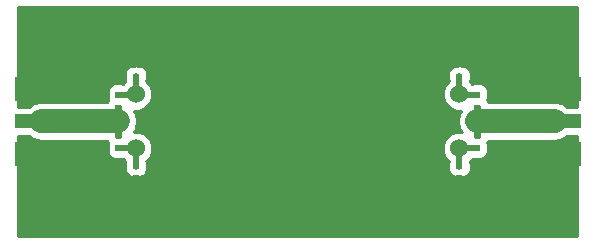
<source format=gbr>
G04 #@! TF.FileFunction,Copper,L1,Top,Signal*
%FSLAX46Y46*%
G04 Gerber Fmt 4.6, Leading zero omitted, Abs format (unit mm)*
G04 Created by KiCad (PCBNEW 4.0.6) date 09/27/17 20:09:39*
%MOMM*%
%LPD*%
G01*
G04 APERTURE LIST*
%ADD10C,0.100000*%
%ADD11C,0.660400*%
%ADD12R,0.500000X0.600000*%
%ADD13R,4.500000X2.000000*%
%ADD14R,4.500000X1.200000*%
%ADD15C,1.778000*%
%ADD16C,1.524000*%
%ADD17R,0.600000X0.400000*%
%ADD18C,2.000000*%
%ADD19C,0.500000*%
%ADD20C,0.254000*%
G04 APERTURE END LIST*
D10*
D11*
X146900000Y-105000000D03*
X149500000Y-105000000D03*
X152100000Y-105000000D03*
X154700000Y-105000000D03*
X157300000Y-105000000D03*
X159900000Y-105000000D03*
X162500000Y-105000000D03*
X165100000Y-105000000D03*
X167700000Y-105000000D03*
X170300000Y-105000000D03*
X159900000Y-105000000D03*
X162500000Y-105000000D03*
X165100000Y-105000000D03*
X167700000Y-105000000D03*
X170300000Y-105000000D03*
X146900000Y-105000000D03*
X152100000Y-105000000D03*
X157300000Y-105000000D03*
X162500000Y-105000000D03*
X167700000Y-105000000D03*
X152100000Y-105000000D03*
X157300000Y-105000000D03*
X162500000Y-105000000D03*
X167700000Y-105000000D03*
X172900000Y-105000000D03*
X175100000Y-108800000D03*
X175100000Y-101200000D03*
X144700000Y-101200000D03*
X144700000Y-108800000D03*
X140500000Y-102900000D03*
X141900000Y-102900000D03*
X143300000Y-102900000D03*
X143300000Y-107100000D03*
X141900000Y-107100000D03*
X140500000Y-107100000D03*
X176500000Y-107100000D03*
X177900000Y-107100000D03*
X179300000Y-107100000D03*
X179300000Y-102900000D03*
X177900000Y-102900000D03*
X176500000Y-102900000D03*
X183300000Y-100800000D03*
X183300000Y-98200000D03*
X183300000Y-109200000D03*
X183300000Y-111800000D03*
X183300000Y-114400000D03*
X182000000Y-114400000D03*
X180700000Y-114400000D03*
X179400000Y-114400000D03*
X178100000Y-114400000D03*
X176800000Y-114400000D03*
X175500000Y-114400000D03*
X174200000Y-114400000D03*
X172900000Y-114400000D03*
X171600000Y-114400000D03*
X170300000Y-114400000D03*
X169000000Y-114400000D03*
X167700000Y-114400000D03*
X166400000Y-114400000D03*
X165100000Y-114400000D03*
X163800000Y-114400000D03*
X162500000Y-114400000D03*
X161200000Y-114400000D03*
X159900000Y-114400000D03*
X158600000Y-114400000D03*
X157300000Y-114400000D03*
X156000000Y-114400000D03*
X154700000Y-114400000D03*
X153400000Y-114400000D03*
X152100000Y-114400000D03*
X150800000Y-114400000D03*
X149500000Y-114400000D03*
X148200000Y-114400000D03*
X146900000Y-114400000D03*
X145600000Y-114400000D03*
X144300000Y-114400000D03*
X143000000Y-114400000D03*
X141700000Y-114400000D03*
X140400000Y-114400000D03*
X139100000Y-114400000D03*
X137800000Y-114400000D03*
X183300000Y-113100000D03*
X178100000Y-113100000D03*
X172900000Y-113100000D03*
X167700000Y-113100000D03*
X162500000Y-113100000D03*
X157300000Y-113100000D03*
X152100000Y-113100000D03*
X146900000Y-113100000D03*
X141700000Y-113100000D03*
X183300000Y-110500000D03*
X178100000Y-110500000D03*
X172900000Y-110500000D03*
X167700000Y-110500000D03*
X162500000Y-110500000D03*
X157300000Y-110500000D03*
X152100000Y-110500000D03*
X146900000Y-110500000D03*
X141700000Y-110500000D03*
X136500000Y-113100000D03*
X136500000Y-111800000D03*
X136500000Y-109200000D03*
X136500000Y-114400000D03*
X136500000Y-110500000D03*
X136500000Y-110500000D03*
X136500000Y-114400000D03*
X136500000Y-109200000D03*
X136500000Y-111800000D03*
X136500000Y-113100000D03*
X136500000Y-99500000D03*
X136500000Y-98200000D03*
X136500000Y-95600000D03*
X136500000Y-100800000D03*
X136500000Y-96900000D03*
X183300000Y-99500000D03*
X178100000Y-99500000D03*
X172900000Y-99500000D03*
X167700000Y-99500000D03*
X162500000Y-99500000D03*
X157300000Y-99500000D03*
X152100000Y-99500000D03*
X146900000Y-99500000D03*
X141700000Y-99500000D03*
X178100000Y-99500000D03*
X172900000Y-99500000D03*
X167700000Y-99500000D03*
X162500000Y-99500000D03*
X157300000Y-99500000D03*
X152100000Y-99500000D03*
X146900000Y-99500000D03*
X141700000Y-99500000D03*
X178100000Y-96900000D03*
X172900000Y-96900000D03*
X167700000Y-96900000D03*
X162500000Y-96900000D03*
X157300000Y-96900000D03*
X152100000Y-96900000D03*
X146900000Y-96900000D03*
X141700000Y-96900000D03*
X183300000Y-95600000D03*
X182000000Y-95600000D03*
X180700000Y-95600000D03*
X179400000Y-95600000D03*
X178100000Y-95600000D03*
X176800000Y-95600000D03*
X175500000Y-95600000D03*
X174200000Y-95600000D03*
X172900000Y-95600000D03*
X171600000Y-95600000D03*
X170300000Y-95600000D03*
X169000000Y-95600000D03*
X167700000Y-95600000D03*
X166400000Y-95600000D03*
X165100000Y-95600000D03*
X163800000Y-95600000D03*
X162500000Y-95600000D03*
X161200000Y-95600000D03*
X159900000Y-95600000D03*
X158600000Y-95600000D03*
X157300000Y-95600000D03*
X156000000Y-95600000D03*
X154700000Y-95600000D03*
X153400000Y-95600000D03*
X152100000Y-95600000D03*
X150800000Y-95600000D03*
X149500000Y-95600000D03*
X148200000Y-95600000D03*
X146900000Y-95600000D03*
X145600000Y-95600000D03*
X144300000Y-95600000D03*
X143000000Y-95600000D03*
X141700000Y-95600000D03*
X140400000Y-95600000D03*
X139100000Y-95600000D03*
X137800000Y-95600000D03*
X183300000Y-96900000D03*
D12*
X144700000Y-103850000D03*
X144700000Y-102750000D03*
X175100000Y-106150000D03*
X175100000Y-107250000D03*
X144700000Y-107250000D03*
X144700000Y-106150000D03*
X175100000Y-102750000D03*
X175100000Y-103850000D03*
D13*
X138150000Y-107770000D03*
X138150000Y-102230000D03*
D14*
X138150000Y-105000000D03*
D13*
X181650000Y-102230000D03*
X181650000Y-107770000D03*
D14*
X181650000Y-105000000D03*
D15*
X148501100Y-108803600D03*
D16*
X173601100Y-102703600D03*
X169001100Y-102703600D03*
X166001100Y-102703600D03*
X161401100Y-102703600D03*
X158401100Y-102703600D03*
X153801100Y-102703600D03*
X150801100Y-102703600D03*
X146201100Y-102703600D03*
X146201100Y-107303600D03*
X150801100Y-107303600D03*
X153801100Y-107303600D03*
X158401100Y-107303600D03*
X161401100Y-107303600D03*
X166001100Y-107303600D03*
X169001100Y-107303600D03*
X173601100Y-107303600D03*
D15*
X156101100Y-108803600D03*
X163701100Y-108803600D03*
X171301100Y-108803600D03*
X171301100Y-101203600D03*
X163701100Y-101203600D03*
X156101100Y-101203600D03*
X148501100Y-101203600D03*
D17*
X146200000Y-100250000D03*
X146200000Y-101150000D03*
X146200000Y-108850000D03*
X146200000Y-109750000D03*
X173600000Y-109750000D03*
X173600000Y-108850000D03*
X173600000Y-101150000D03*
X173600000Y-100250000D03*
D11*
X136500000Y-96900000D03*
X136500000Y-100800000D03*
X136500000Y-95600000D03*
X136500000Y-98200000D03*
X136500000Y-99500000D03*
D18*
X138150000Y-105000000D02*
X144700000Y-105000000D01*
D19*
X144700000Y-102750000D02*
X146154700Y-102750000D01*
X146154700Y-102750000D02*
X146201100Y-102703600D01*
X146201100Y-102703600D02*
X146201100Y-101151100D01*
X146201100Y-101151100D02*
X146200000Y-101150000D01*
D18*
X181650000Y-105000000D02*
X175100000Y-105000000D01*
D19*
X175100000Y-107250000D02*
X173654700Y-107250000D01*
X173654700Y-107250000D02*
X173601100Y-107303600D01*
X173601100Y-107303600D02*
X173601100Y-108848900D01*
X173601100Y-108848900D02*
X173600000Y-108850000D01*
X146200000Y-108850000D02*
X146200000Y-107304700D01*
X146200000Y-107304700D02*
X146201100Y-107303600D01*
X144700000Y-107250000D02*
X146147500Y-107250000D01*
X146147500Y-107250000D02*
X146201100Y-107303600D01*
X175100000Y-102750000D02*
X173647500Y-102750000D01*
X173647500Y-102750000D02*
X173601100Y-102703600D01*
X173601100Y-102703600D02*
X173601100Y-101151100D01*
X173601100Y-101151100D02*
X173600000Y-101150000D01*
D20*
G36*
X144873000Y-106302560D02*
X144527000Y-106302560D01*
X144527000Y-103697440D01*
X144873000Y-103697440D01*
X144873000Y-106302560D01*
X144873000Y-106302560D01*
G37*
X144873000Y-106302560D02*
X144527000Y-106302560D01*
X144527000Y-103697440D01*
X144873000Y-103697440D01*
X144873000Y-106302560D01*
G36*
X175273000Y-106302560D02*
X174927000Y-106302560D01*
X174927000Y-103697440D01*
X175273000Y-103697440D01*
X175273000Y-106302560D01*
X175273000Y-106302560D01*
G37*
X175273000Y-106302560D02*
X174927000Y-106302560D01*
X174927000Y-103697440D01*
X175273000Y-103697440D01*
X175273000Y-106302560D01*
G36*
X183590000Y-103752560D02*
X182669450Y-103752560D01*
X182275687Y-103489457D01*
X181650000Y-103365000D01*
X176009598Y-103365000D01*
X175991573Y-103269205D01*
X175962271Y-103223669D01*
X175997440Y-103050000D01*
X175997440Y-102450000D01*
X175953162Y-102214683D01*
X175814090Y-101998559D01*
X175601890Y-101853569D01*
X175350000Y-101802560D01*
X174850000Y-101802560D01*
X174703150Y-101830192D01*
X174487823Y-101614489D01*
X174496431Y-101601890D01*
X174547440Y-101350000D01*
X174547440Y-100950000D01*
X174503162Y-100714683D01*
X174364090Y-100498559D01*
X174151890Y-100353569D01*
X173900000Y-100302560D01*
X173788828Y-100302560D01*
X173600000Y-100264999D01*
X173411172Y-100302560D01*
X173300000Y-100302560D01*
X173064683Y-100346838D01*
X172848559Y-100485910D01*
X172703569Y-100698110D01*
X172652560Y-100950000D01*
X172652560Y-101350000D01*
X172696838Y-101585317D01*
X172715266Y-101613955D01*
X172417471Y-101911230D01*
X172204343Y-102424500D01*
X172203858Y-102980261D01*
X172416090Y-103493903D01*
X172808730Y-103887229D01*
X173322000Y-104100357D01*
X173772245Y-104100750D01*
X173589457Y-104374313D01*
X173465000Y-105000000D01*
X173589457Y-105625687D01*
X173777259Y-105906753D01*
X173324439Y-105906358D01*
X172810797Y-106118590D01*
X172417471Y-106511230D01*
X172204343Y-107024500D01*
X172203858Y-107580261D01*
X172416090Y-108093903D01*
X172710151Y-108388477D01*
X172703569Y-108398110D01*
X172652560Y-108650000D01*
X172652560Y-109050000D01*
X172696838Y-109285317D01*
X172835910Y-109501441D01*
X173048110Y-109646431D01*
X173300000Y-109697440D01*
X173411172Y-109697440D01*
X173600000Y-109735001D01*
X173788828Y-109697440D01*
X173900000Y-109697440D01*
X174135317Y-109653162D01*
X174351441Y-109514090D01*
X174496431Y-109301890D01*
X174547440Y-109050000D01*
X174547440Y-108650000D01*
X174503162Y-108414683D01*
X174488416Y-108391767D01*
X174711232Y-108169339D01*
X174850000Y-108197440D01*
X175350000Y-108197440D01*
X175585317Y-108153162D01*
X175801441Y-108014090D01*
X175946431Y-107801890D01*
X175997440Y-107550000D01*
X175997440Y-106950000D01*
X175964806Y-106776564D01*
X175984971Y-106747051D01*
X176007662Y-106635000D01*
X181650000Y-106635000D01*
X182275687Y-106510543D01*
X182669450Y-106247440D01*
X183590000Y-106247440D01*
X183590000Y-114690000D01*
X136210000Y-114690000D01*
X136210000Y-106247440D01*
X137130550Y-106247440D01*
X137524313Y-106510543D01*
X138150000Y-106635000D01*
X143790402Y-106635000D01*
X143808427Y-106730795D01*
X143837729Y-106776331D01*
X143802560Y-106950000D01*
X143802560Y-107550000D01*
X143846838Y-107785317D01*
X143985910Y-108001441D01*
X144198110Y-108146431D01*
X144450000Y-108197440D01*
X144950000Y-108197440D01*
X145092651Y-108170598D01*
X145310151Y-108388477D01*
X145303569Y-108398110D01*
X145252560Y-108650000D01*
X145252560Y-109050000D01*
X145296838Y-109285317D01*
X145435910Y-109501441D01*
X145648110Y-109646431D01*
X145900000Y-109697440D01*
X146011174Y-109697440D01*
X146200000Y-109735000D01*
X146388826Y-109697440D01*
X146500000Y-109697440D01*
X146735317Y-109653162D01*
X146951441Y-109514090D01*
X147096431Y-109301890D01*
X147147440Y-109050000D01*
X147147440Y-108650000D01*
X147103162Y-108414683D01*
X147088416Y-108391767D01*
X147384729Y-108095970D01*
X147597857Y-107582700D01*
X147598342Y-107026939D01*
X147386110Y-106513297D01*
X146993470Y-106119971D01*
X146480200Y-105906843D01*
X146022948Y-105906444D01*
X146210543Y-105625687D01*
X146335000Y-105000000D01*
X146210543Y-104374313D01*
X146027554Y-104100449D01*
X146477761Y-104100842D01*
X146991403Y-103888610D01*
X147384729Y-103495970D01*
X147597857Y-102982700D01*
X147598342Y-102426939D01*
X147386110Y-101913297D01*
X147087823Y-101614489D01*
X147096431Y-101601890D01*
X147147440Y-101350000D01*
X147147440Y-100950000D01*
X147103162Y-100714683D01*
X146964090Y-100498559D01*
X146751890Y-100353569D01*
X146500000Y-100302560D01*
X146388828Y-100302560D01*
X146200000Y-100264999D01*
X146011172Y-100302560D01*
X145900000Y-100302560D01*
X145664683Y-100346838D01*
X145448559Y-100485910D01*
X145303569Y-100698110D01*
X145252560Y-100950000D01*
X145252560Y-101350000D01*
X145296838Y-101585317D01*
X145315266Y-101613955D01*
X145096593Y-101832246D01*
X144950000Y-101802560D01*
X144450000Y-101802560D01*
X144214683Y-101846838D01*
X143998559Y-101985910D01*
X143853569Y-102198110D01*
X143802560Y-102450000D01*
X143802560Y-103050000D01*
X143835194Y-103223436D01*
X143815029Y-103252949D01*
X143792338Y-103365000D01*
X138150000Y-103365000D01*
X137524313Y-103489457D01*
X137130550Y-103752560D01*
X136210000Y-103752560D01*
X136210000Y-95310000D01*
X183590000Y-95310000D01*
X183590000Y-103752560D01*
X183590000Y-103752560D01*
G37*
X183590000Y-103752560D02*
X182669450Y-103752560D01*
X182275687Y-103489457D01*
X181650000Y-103365000D01*
X176009598Y-103365000D01*
X175991573Y-103269205D01*
X175962271Y-103223669D01*
X175997440Y-103050000D01*
X175997440Y-102450000D01*
X175953162Y-102214683D01*
X175814090Y-101998559D01*
X175601890Y-101853569D01*
X175350000Y-101802560D01*
X174850000Y-101802560D01*
X174703150Y-101830192D01*
X174487823Y-101614489D01*
X174496431Y-101601890D01*
X174547440Y-101350000D01*
X174547440Y-100950000D01*
X174503162Y-100714683D01*
X174364090Y-100498559D01*
X174151890Y-100353569D01*
X173900000Y-100302560D01*
X173788828Y-100302560D01*
X173600000Y-100264999D01*
X173411172Y-100302560D01*
X173300000Y-100302560D01*
X173064683Y-100346838D01*
X172848559Y-100485910D01*
X172703569Y-100698110D01*
X172652560Y-100950000D01*
X172652560Y-101350000D01*
X172696838Y-101585317D01*
X172715266Y-101613955D01*
X172417471Y-101911230D01*
X172204343Y-102424500D01*
X172203858Y-102980261D01*
X172416090Y-103493903D01*
X172808730Y-103887229D01*
X173322000Y-104100357D01*
X173772245Y-104100750D01*
X173589457Y-104374313D01*
X173465000Y-105000000D01*
X173589457Y-105625687D01*
X173777259Y-105906753D01*
X173324439Y-105906358D01*
X172810797Y-106118590D01*
X172417471Y-106511230D01*
X172204343Y-107024500D01*
X172203858Y-107580261D01*
X172416090Y-108093903D01*
X172710151Y-108388477D01*
X172703569Y-108398110D01*
X172652560Y-108650000D01*
X172652560Y-109050000D01*
X172696838Y-109285317D01*
X172835910Y-109501441D01*
X173048110Y-109646431D01*
X173300000Y-109697440D01*
X173411172Y-109697440D01*
X173600000Y-109735001D01*
X173788828Y-109697440D01*
X173900000Y-109697440D01*
X174135317Y-109653162D01*
X174351441Y-109514090D01*
X174496431Y-109301890D01*
X174547440Y-109050000D01*
X174547440Y-108650000D01*
X174503162Y-108414683D01*
X174488416Y-108391767D01*
X174711232Y-108169339D01*
X174850000Y-108197440D01*
X175350000Y-108197440D01*
X175585317Y-108153162D01*
X175801441Y-108014090D01*
X175946431Y-107801890D01*
X175997440Y-107550000D01*
X175997440Y-106950000D01*
X175964806Y-106776564D01*
X175984971Y-106747051D01*
X176007662Y-106635000D01*
X181650000Y-106635000D01*
X182275687Y-106510543D01*
X182669450Y-106247440D01*
X183590000Y-106247440D01*
X183590000Y-114690000D01*
X136210000Y-114690000D01*
X136210000Y-106247440D01*
X137130550Y-106247440D01*
X137524313Y-106510543D01*
X138150000Y-106635000D01*
X143790402Y-106635000D01*
X143808427Y-106730795D01*
X143837729Y-106776331D01*
X143802560Y-106950000D01*
X143802560Y-107550000D01*
X143846838Y-107785317D01*
X143985910Y-108001441D01*
X144198110Y-108146431D01*
X144450000Y-108197440D01*
X144950000Y-108197440D01*
X145092651Y-108170598D01*
X145310151Y-108388477D01*
X145303569Y-108398110D01*
X145252560Y-108650000D01*
X145252560Y-109050000D01*
X145296838Y-109285317D01*
X145435910Y-109501441D01*
X145648110Y-109646431D01*
X145900000Y-109697440D01*
X146011174Y-109697440D01*
X146200000Y-109735000D01*
X146388826Y-109697440D01*
X146500000Y-109697440D01*
X146735317Y-109653162D01*
X146951441Y-109514090D01*
X147096431Y-109301890D01*
X147147440Y-109050000D01*
X147147440Y-108650000D01*
X147103162Y-108414683D01*
X147088416Y-108391767D01*
X147384729Y-108095970D01*
X147597857Y-107582700D01*
X147598342Y-107026939D01*
X147386110Y-106513297D01*
X146993470Y-106119971D01*
X146480200Y-105906843D01*
X146022948Y-105906444D01*
X146210543Y-105625687D01*
X146335000Y-105000000D01*
X146210543Y-104374313D01*
X146027554Y-104100449D01*
X146477761Y-104100842D01*
X146991403Y-103888610D01*
X147384729Y-103495970D01*
X147597857Y-102982700D01*
X147598342Y-102426939D01*
X147386110Y-101913297D01*
X147087823Y-101614489D01*
X147096431Y-101601890D01*
X147147440Y-101350000D01*
X147147440Y-100950000D01*
X147103162Y-100714683D01*
X146964090Y-100498559D01*
X146751890Y-100353569D01*
X146500000Y-100302560D01*
X146388828Y-100302560D01*
X146200000Y-100264999D01*
X146011172Y-100302560D01*
X145900000Y-100302560D01*
X145664683Y-100346838D01*
X145448559Y-100485910D01*
X145303569Y-100698110D01*
X145252560Y-100950000D01*
X145252560Y-101350000D01*
X145296838Y-101585317D01*
X145315266Y-101613955D01*
X145096593Y-101832246D01*
X144950000Y-101802560D01*
X144450000Y-101802560D01*
X144214683Y-101846838D01*
X143998559Y-101985910D01*
X143853569Y-102198110D01*
X143802560Y-102450000D01*
X143802560Y-103050000D01*
X143835194Y-103223436D01*
X143815029Y-103252949D01*
X143792338Y-103365000D01*
X138150000Y-103365000D01*
X137524313Y-103489457D01*
X137130550Y-103752560D01*
X136210000Y-103752560D01*
X136210000Y-95310000D01*
X183590000Y-95310000D01*
X183590000Y-103752560D01*
M02*

</source>
